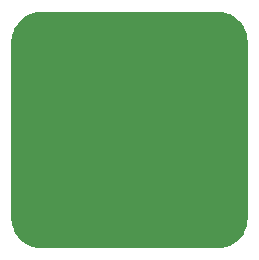
<source format=gbr>
%TF.GenerationSoftware,KiCad,Pcbnew,6.0.1-79c1e3a40b~116~ubuntu20.04.1*%
%TF.CreationDate,2022-01-22T22:37:32+01:00*%
%TF.ProjectId,bjt-amp,626a742d-616d-4702-9e6b-696361645f70,rev?*%
%TF.SameCoordinates,Original*%
%TF.FileFunction,Soldermask,Top*%
%TF.FilePolarity,Negative*%
%FSLAX46Y46*%
G04 Gerber Fmt 4.6, Leading zero omitted, Abs format (unit mm)*
G04 Created by KiCad (PCBNEW 6.0.1-79c1e3a40b~116~ubuntu20.04.1) date 2022-01-22 22:37:32*
%MOMM*%
%LPD*%
G01*
G04 APERTURE LIST*
G04 Aperture macros list*
%AMRoundRect*
0 Rectangle with rounded corners*
0 $1 Rounding radius*
0 $2 $3 $4 $5 $6 $7 $8 $9 X,Y pos of 4 corners*
0 Add a 4 corners polygon primitive as box body*
4,1,4,$2,$3,$4,$5,$6,$7,$8,$9,$2,$3,0*
0 Add four circle primitives for the rounded corners*
1,1,$1+$1,$2,$3*
1,1,$1+$1,$4,$5*
1,1,$1+$1,$6,$7*
1,1,$1+$1,$8,$9*
0 Add four rect primitives between the rounded corners*
20,1,$1+$1,$2,$3,$4,$5,0*
20,1,$1+$1,$4,$5,$6,$7,0*
20,1,$1+$1,$6,$7,$8,$9,0*
20,1,$1+$1,$8,$9,$2,$3,0*%
G04 Aperture macros list end*
%ADD10RoundRect,0.225000X-0.225000X-0.250000X0.225000X-0.250000X0.225000X0.250000X-0.225000X0.250000X0*%
%ADD11RoundRect,0.200000X-0.275000X0.200000X-0.275000X-0.200000X0.275000X-0.200000X0.275000X0.200000X0*%
%ADD12RoundRect,0.200000X-0.200000X-0.275000X0.200000X-0.275000X0.200000X0.275000X-0.200000X0.275000X0*%
%ADD13RoundRect,0.200000X0.200000X0.275000X-0.200000X0.275000X-0.200000X-0.275000X0.200000X-0.275000X0*%
%ADD14RoundRect,0.150000X0.150000X-0.587500X0.150000X0.587500X-0.150000X0.587500X-0.150000X-0.587500X0*%
%ADD15RoundRect,0.218750X-0.256250X0.218750X-0.256250X-0.218750X0.256250X-0.218750X0.256250X0.218750X0*%
%ADD16RoundRect,0.218750X0.218750X0.256250X-0.218750X0.256250X-0.218750X-0.256250X0.218750X-0.256250X0*%
%ADD17RoundRect,0.925000X0.000000X0.000000X0.000000X0.000000X0.000000X0.000000X0.000000X0.000000X0*%
%ADD18C,3.400000*%
%ADD19RoundRect,0.225000X-0.250000X0.225000X-0.250000X-0.225000X0.250000X-0.225000X0.250000X0.225000X0*%
%ADD20RoundRect,0.225000X0.225000X0.250000X-0.225000X0.250000X-0.225000X-0.250000X0.225000X-0.250000X0*%
G04 APERTURE END LIST*
%TO.C,J3*%
G36*
X160000000Y-77000000D02*
G01*
X157000000Y-77000000D01*
X157000000Y-73000000D01*
X160000000Y-73000000D01*
X160000000Y-77000000D01*
G37*
%TO.C,J2*%
G36*
X143000000Y-77000000D02*
G01*
X140000000Y-77000000D01*
X140000000Y-73000000D01*
X143000000Y-73000000D01*
X143000000Y-77000000D01*
G37*
%TD*%
D10*
%TO.C,C6*%
X145148000Y-69723000D03*
X146698000Y-69723000D03*
%TD*%
D11*
%TO.C,R10*%
X156083000Y-76454000D03*
X156083000Y-78104000D03*
%TD*%
D12*
%TO.C,R9*%
X156400000Y-75000000D03*
X154750000Y-75000000D03*
%TD*%
D11*
%TO.C,R8*%
X154559000Y-76454000D03*
X154559000Y-78104000D03*
%TD*%
%TO.C,R7*%
X151500000Y-76708000D03*
X151500000Y-78358000D03*
%TD*%
%TO.C,R6*%
X153289000Y-70422000D03*
X153289000Y-72072000D03*
%TD*%
%TO.C,R5*%
X148209000Y-70548000D03*
X148209000Y-68898000D03*
%TD*%
D13*
%TO.C,R4*%
X146748000Y-71247000D03*
X145098000Y-71247000D03*
%TD*%
D11*
%TO.C,R3*%
X148209000Y-76454000D03*
X148209000Y-78104000D03*
%TD*%
D12*
%TO.C,R2*%
X146749000Y-75000000D03*
X148399000Y-75000000D03*
%TD*%
D11*
%TO.C,R1*%
X146050000Y-76454000D03*
X146050000Y-78104000D03*
%TD*%
D14*
%TO.C,Q1*%
X149860000Y-75000000D03*
X151760000Y-75000000D03*
X150810000Y-73125000D03*
%TD*%
D15*
%TO.C,L2*%
X148209000Y-71958000D03*
X148209000Y-73533000D03*
%TD*%
D16*
%TO.C,L1*%
X149787500Y-67000000D03*
X148212500Y-67000000D03*
%TD*%
D17*
%TO.C,J1*%
X152500000Y-67500000D03*
%TD*%
D18*
%TO.C,H4*%
X142500000Y-67500000D03*
%TD*%
%TO.C,H3*%
X157500000Y-82500000D03*
%TD*%
%TO.C,H2*%
X157500000Y-67500000D03*
%TD*%
%TO.C,H1*%
X142500000Y-82500000D03*
%TD*%
D19*
%TO.C,C5*%
X153289000Y-73520000D03*
X153289000Y-75070000D03*
%TD*%
D10*
%TO.C,C4*%
X154800000Y-70485000D03*
X156350000Y-70485000D03*
%TD*%
D20*
%TO.C,C3*%
X151778000Y-70485000D03*
X150228000Y-70485000D03*
%TD*%
D10*
%TO.C,C2*%
X153725000Y-68961000D03*
X155275000Y-68961000D03*
%TD*%
%TO.C,C1*%
X143764000Y-75000000D03*
X145314000Y-75000000D03*
%TD*%
G36*
X157504119Y-65000270D02*
G01*
X157818073Y-65020848D01*
X157834413Y-65022999D01*
X158138950Y-65083574D01*
X158154871Y-65087840D01*
X158448888Y-65187646D01*
X158464114Y-65193953D01*
X158742592Y-65331283D01*
X158756866Y-65339524D01*
X159015034Y-65512027D01*
X159028109Y-65522060D01*
X159261557Y-65726788D01*
X159273212Y-65738443D01*
X159477940Y-65971891D01*
X159487973Y-65984966D01*
X159660476Y-66243134D01*
X159668717Y-66257408D01*
X159806047Y-66535886D01*
X159812354Y-66551112D01*
X159912160Y-66845129D01*
X159916426Y-66861050D01*
X159977001Y-67165587D01*
X159979152Y-67181927D01*
X159999730Y-67495881D01*
X160000000Y-67504122D01*
X160000000Y-82495878D01*
X159999730Y-82504119D01*
X159979152Y-82818073D01*
X159977001Y-82834413D01*
X159916426Y-83138950D01*
X159912160Y-83154871D01*
X159812354Y-83448888D01*
X159806047Y-83464114D01*
X159668717Y-83742592D01*
X159660476Y-83756866D01*
X159487973Y-84015034D01*
X159477940Y-84028109D01*
X159273212Y-84261557D01*
X159261557Y-84273212D01*
X159028109Y-84477940D01*
X159015034Y-84487973D01*
X158756866Y-84660476D01*
X158742592Y-84668717D01*
X158464114Y-84806047D01*
X158448888Y-84812354D01*
X158154871Y-84912160D01*
X158138950Y-84916426D01*
X157834413Y-84977001D01*
X157818073Y-84979152D01*
X157504119Y-84999730D01*
X157495878Y-85000000D01*
X142504122Y-85000000D01*
X142495881Y-84999730D01*
X142181927Y-84979152D01*
X142165587Y-84977001D01*
X141861050Y-84916426D01*
X141845129Y-84912160D01*
X141551112Y-84812354D01*
X141535886Y-84806047D01*
X141257408Y-84668717D01*
X141243134Y-84660476D01*
X140984966Y-84487973D01*
X140971891Y-84477940D01*
X140738443Y-84273212D01*
X140726788Y-84261557D01*
X140522060Y-84028109D01*
X140512027Y-84015034D01*
X140339524Y-83756866D01*
X140331283Y-83742592D01*
X140193953Y-83464114D01*
X140187646Y-83448888D01*
X140087840Y-83154871D01*
X140083574Y-83138950D01*
X140022999Y-82834413D01*
X140020848Y-82818073D01*
X140000270Y-82504119D01*
X140000000Y-82495878D01*
X140000000Y-67504122D01*
X140000270Y-67495881D01*
X140020848Y-67181927D01*
X140022999Y-67165587D01*
X140083574Y-66861050D01*
X140087840Y-66845129D01*
X140187646Y-66551112D01*
X140193953Y-66535886D01*
X140331283Y-66257408D01*
X140339524Y-66243134D01*
X140512027Y-65984966D01*
X140522060Y-65971891D01*
X140726788Y-65738443D01*
X140738443Y-65726788D01*
X140971891Y-65522060D01*
X140984966Y-65512027D01*
X141243134Y-65339524D01*
X141257408Y-65331283D01*
X141535886Y-65193953D01*
X141551112Y-65187646D01*
X141845129Y-65087840D01*
X141861050Y-65083574D01*
X142165587Y-65022999D01*
X142181927Y-65020848D01*
X142495881Y-65000270D01*
X142504122Y-65000000D01*
X157495878Y-65000000D01*
X157504119Y-65000270D01*
G37*
M02*

</source>
